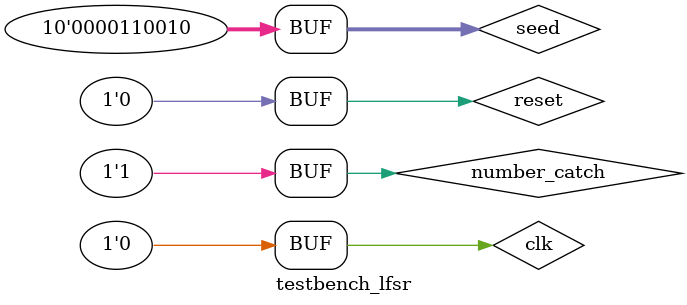
<source format=sv>
module testbench_lfsr();
  logic        	clk, reset;
  logic 		number_catch;
  logic 		[9:0] seed;
  logic 		[9:0] RNG;
   
  // instantiate device under test
  lfsr dut(clk, reset, number_catch, seed, RNG);
  
  // generate clock
  always     // no sensitivity list, so it always executes
    begin
      clk = 1'b1; #5; clk = 1'b0; #5;
    end

  // at start of test, load vectors and pulse reset 
  // then alternately set up and down
  initial
    begin
	  seed = 10'd1; number_catch = 1'b0; // Initialize inputs
      reset = 1'b1; #1; reset = 1'b0; // reset
	  #10 // load the 1 seed
	  number_catch = 1'b1;  
	  for (int i = 0; i < 16; i++) begin
		  #2; number_catch = 1'b0;
		  #10; number_catch = 1'b1; 
	  end 
	  number_catch = 1'b0;
	  seed = 10'd50; reset = 1'b1; #10 reset = 1'b0; // load 2 seed
	  #10
	  number_catch = 1'b1;
	  for (int i = 0; i < 16; i++) begin
		  #2; number_catch = 1'b0;
		  #10; number_catch = 1'b1; 
	  end 
    end

endmodule
</source>
